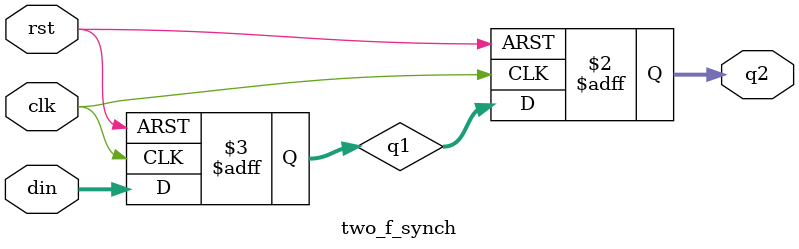
<source format=v>

module two_f_synch #(parameter size=4)(input clk,rst,input[size-1:0]din,output reg[size-1:0]q2);

    reg[size-1:0]q1;

    always@(posedge clk or posedge rst)
    begin
        if(rst)
            {q2,q1} <= 0;
        else
            {q2,q1} <= {q1,din};
    end
    
endmodule

</source>
